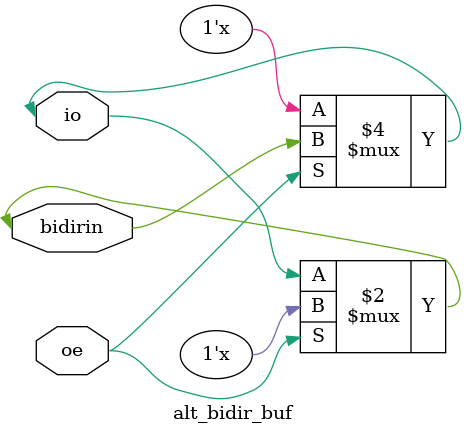
<source format=v>

module alt_bidir_buf (
// INTERFACE BEGIN
	oe,
    bidirin,
	io
// INTERFACE END
);

//Simulation only parameter
parameter io_standard = "none";
parameter current_strength = "none";
parameter location = "none";
parameter slew_rate = -1;
parameter slow_slew_rate = "off";
parameter enable_bus_hold = "off";
parameter weak_pull_up_resistor = "off";
parameter termination = "none";
parameter input_termination = "none";
parameter output_termination = "none";

//Input Ports Declaration
input oe;
//Output Ports Declaration
inout bidirin;
inout io;

//IMPLEMENTATION BEGIN
assign bidirin = (oe == 1'b1) ? 1'bz : io;
assign io = (oe == 1'b1) ? bidirin : 1'bz; 

// IMPLEMENTATION END
endmodule
// MODEL END

</source>
